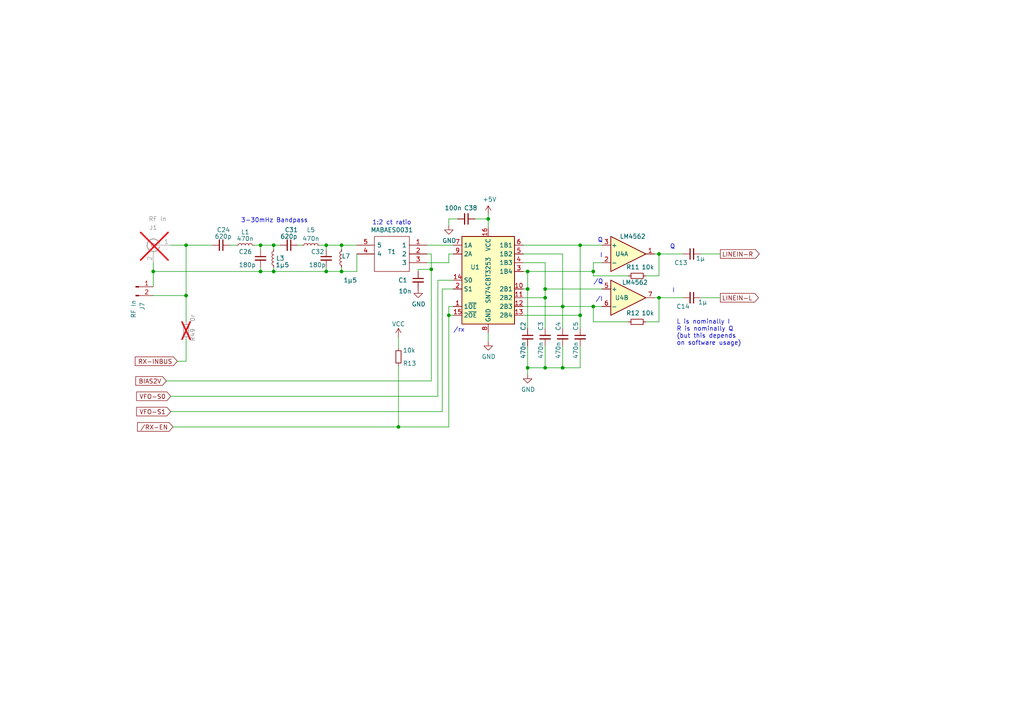
<source format=kicad_sch>
(kicad_sch (version 20230121) (generator eeschema)
  (paper "A4")
  (title_block (title "HF IQ Transceiver PiggyBack for Pi (not a hat)") (date "2024-01-21") (rev "2.0-1") (company "AE0GL: Mario P. Vano") (comment 1 "Sheet 1: Power Supplies, Headset and GPIO"))
  (lib_symbols
    (symbol "Amplifier_Operational:LM4562" (pin_names (offset 0.127))
      (property "Reference" "U" (at 0 5.08 0))
      (property "Value" "LM4562" (at 0 -5.08 0))
      (symbol "LM4562_1_1"
        (polyline (pts (xy -5.08 5.08) (xy 5.08 0) (xy -5.08 -5.08) (xy -5.08 5.08)) (stroke (width 0.254)) (fill (type background)))
        (pin output line (at 7.62 0 180) (length 2.54) (name "~") (number "1"))
        (pin input line (at -7.62 -2.54 0) (length 2.54) (name "-") (number "2"))
        (pin input line (at -7.62 2.54 0) (length 2.54) (name "+") (number "3"))
      )
      (symbol "LM4562_2_1"
        (polyline (pts (xy -5.08 5.08) (xy 5.08 0) (xy -5.08 -5.08) (xy -5.08 5.08)) (stroke (width 0.254)) (fill (type background)))
        (pin input line (at -7.62 2.54 0) (length 2.54) (name "+") (number "5"))
        (pin input line (at -7.62 -2.54 0) (length 2.54) (name "-") (number "6"))
        (pin output line (at 7.62 0 180) (length 2.54) (name "~") (number "7"))
      )
      (symbol "LM4562_3_1"
        (pin power_in line (at -2.54 -7.62 90) (length 3.81) (name "V-") (number "4"))
        (pin power_in line (at -2.54 7.62 270) (length 3.81) (name "V+") (number "8"))
      )
    )
    (symbol "Analog_Switch:SN74CBT3253"
      (property "Reference" "U" (at -7.62 13.97 0))
      (property "Value" "SN74CBT3253" (at -11.43 -13.97 0))
      (symbol "SN74CBT3253_0_1"
        (rectangle (start -7.62 12.7) (end 7.62 -12.7) (stroke (width 0.254)) (fill (type background)))
        (rectangle (start 7.62 -12.7) (end 7.62 -12.7))
      )
      (symbol "SN74CBT3253_1_1"
        (pin input line (at -10.16 -7.62 0) (length 2.54) (name "1~{OE}") (number "1"))
        (pin bidirectional line (at 10.16 -2.54 180) (length 2.54) (name "2B1") (number "10"))
        (pin bidirectional line (at 10.16 -5.08 180) (length 2.54) (name "2B2") (number "11"))
        (pin bidirectional line (at 10.16 -7.62 180) (length 2.54) (name "2B3") (number "12"))
        (pin bidirectional line (at 10.16 -10.16 180) (length 2.54) (name "2B4") (number "13"))
        (pin input line (at -10.16 0 0) (length 2.54) (name "S0") (number "14"))
        (pin input line (at -10.16 -10.16 0) (length 2.54) (name "2~{OE}") (number "15"))
        (pin power_in line (at 0 15.24 270) (length 2.54) (name "VCC") (number "16"))
        (pin input line (at -10.16 -2.54 0) (length 2.54) (name "S1") (number "2"))
        (pin bidirectional line (at 10.16 2.54 180) (length 2.54) (name "1B4") (number "3"))
        (pin bidirectional line (at 10.16 5.08 180) (length 2.54) (name "1B3") (number "4"))
        (pin bidirectional line (at 10.16 7.62 180) (length 2.54) (name "1B2") (number "5"))
        (pin bidirectional line (at 10.16 10.16 180) (length 2.54) (name "1B1") (number "6"))
        (pin bidirectional line (at -10.16 10.16 0) (length 2.54) (name "1A") (number "7"))
        (pin power_in line (at 0 -15.24 90) (length 2.54) (name "GND") (number "8"))
        (pin bidirectional line (at -10.16 7.62 0) (length 2.54) (name "2A") (number "9"))
      )
    )
    (symbol "Connector:Conn_01x02_Pin" (pin_names (offset 1.016) hide)
      (property "Reference" "J" (at 0 2.54 0))
      (property "Value" "Conn_01x02_Pin" (at 0 -5.08 0))
      (symbol "Conn_01x02_Pin_1_1"
        (polyline (pts (xy 1.27 -2.54) (xy 0.8636 -2.54)) (stroke (width 0.1524)))
        (polyline (pts (xy 1.27 0) (xy 0.8636 0)) (stroke (width 0.1524)))
        (rectangle (start 0.8636 -2.413) (end 0 -2.667) (stroke (width 0.1524)) (fill (type outline)))
        (rectangle (start 0.8636 0.127) (end 0 -0.127) (stroke (width 0.1524)) (fill (type outline)))
        (pin passive line (at 5.08 0 180) (length 3.81) (name "Pin_1") (number "1"))
        (pin passive line (at 5.08 -2.54 180) (length 3.81) (name "Pin_2") (number "2"))
      )
    )
    (symbol "Connector:Conn_Coaxial" (pin_names (offset 1.016) hide)
      (property "Reference" "J" (at 0.254 3.048 0))
      (property "Value" "Conn_Coaxial" (at 2.921 0 90))
      (symbol "Conn_Coaxial_0_1"
        (arc (start -1.778 -0.508) (mid 0.2311 -1.8066) (end 1.778 0) (stroke (width 0.254)))
        (polyline (pts (xy -2.54 0) (xy -0.508 0)))
        (polyline (pts (xy 0 -2.54) (xy 0 -1.778)))
        (circle (center 0 0) (radius 0.508) (stroke (width 0.2032)))
        (arc (start 1.778 0) (mid 0.2099 1.8101) (end -1.778 0.508) (stroke (width 0.254)))
      )
      (symbol "Conn_Coaxial_1_1"
        (pin passive line (at -5.08 0 0) (length 2.54) (name "In") (number "1"))
        (pin passive line (at 0 -5.08 90) (length 2.54) (name "Ext") (number "2"))
      )
    )
    (symbol "Device:C_Small" (pin_numbers hide) (pin_names (offset 0.254) hide)
      (property "Reference" "C" (at 0.254 1.778 0))
      (property "Value" "C_Small" (at 0.254 -2.032 0))
      (symbol "C_Small_0_1"
        (polyline (pts (xy -1.524 -0.508) (xy 1.524 -0.508)) (stroke (width 0.3302)))
        (polyline (pts (xy -1.524 0.508) (xy 1.524 0.508)) (stroke (width 0.3048)))
      )
      (symbol "C_Small_1_1"
        (pin passive line (at 0 2.54 270) (length 2.032) (name "~") (number "1"))
        (pin passive line (at 0 -2.54 90) (length 2.032) (name "~") (number "2"))
      )
    )
    (symbol "Device:L_Small" (pin_numbers hide) (pin_names (offset 0.254) hide)
      (property "Reference" "L" (at 0.762 1.016 0))
      (property "Value" "L_Small" (at 0.762 -1.016 0))
      (symbol "L_Small_0_1"
        (arc (start 0 -2.032) (mid 0.5058 -1.524) (end 0 -1.016))
        (arc (start 0 -1.016) (mid 0.5058 -0.508) (end 0 0))
        (arc (start 0 0) (mid 0.5058 0.508) (end 0 1.016))
        (arc (start 0 1.016) (mid 0.5058 1.524) (end 0 2.032))
      )
      (symbol "L_Small_1_1"
        (pin passive line (at 0 2.54 270) (length 0.508) (name "~") (number "1"))
        (pin passive line (at 0 -2.54 90) (length 0.508) (name "~") (number "2"))
      )
    )
    (symbol "Device:R_Small" (pin_numbers hide) (pin_names (offset 0.254) hide)
      (property "Reference" "R" (at 0.762 0.508 0))
      (property "Value" "R_Small" (at 0.762 -1.016 0))
      (symbol "R_Small_0_1"
        (rectangle (start -0.762 1.778) (end 0.762 -1.778) (stroke (width 0.2032)))
      )
      (symbol "R_Small_1_1"
        (pin passive line (at 0 2.54 270) (length 0.762) (name "~") (number "1"))
        (pin passive line (at 0 -2.54 90) (length 0.762) (name "~") (number "2"))
      )
    )
    (symbol "MABAES0060:MABAES0031" (pin_names (offset 0.762))
      (property "Reference" "T" (at 16.51 7.62 0))
      (property "Value" "MABAES0031" (at 16.51 5.08 0))
      (symbol "MABAES0031_0_0"
        (pin passive line (at 20.32 0 180) (length 5.08) (name "1") (number "1"))
        (pin passive line (at 20.32 -2.54 180) (length 5.08) (name "2") (number "2"))
        (pin passive line (at 20.32 -5.08 180) (length 5.08) (name "3") (number "3"))
        (pin passive line (at 0 -2.54 0) (length 5.08) (name "4") (number "4"))
        (pin passive line (at 0 0 0) (length 5.08) (name "5") (number "5"))
      )
      (symbol "MABAES0031_0_1"
        (polyline (pts (xy 5.08 2.54) (xy 15.24 2.54) (xy 15.24 -7.62) (xy 5.08 -7.62) (xy 5.08 2.54)) (stroke (width 0.1524)))
      )
    )
    (symbol "power:+5V" (power) (pin_names (offset 0))
      (property "Value" "+5V" (at 0 3.556 0))
      (symbol "+5V_0_1"
        (polyline (pts (xy -0.762 1.27) (xy 0 2.54)))
        (polyline (pts (xy 0 0) (xy 0 2.54)))
        (polyline (pts (xy 0 2.54) (xy 0.762 1.27)))
      )
      (symbol "+5V_1_1"
        (pin power_in line (at 0 0 90) (length 0) hide (name "+5V") (number "1"))
      )
    )
    (symbol "power:GND" (power) (pin_names (offset 0))
      (property "Value" "GND" (at 0 -3.81 0))
      (symbol "GND_0_1"
        (polyline (pts (xy 0 0) (xy 0 -1.27) (xy 1.27 -1.27) (xy 0 -2.54) (xy -1.27 -1.27) (xy 0 -1.27)))
      )
      (symbol "GND_1_1"
        (pin power_in line (at 0 0 270) (length 0) hide (name "GND") (number "1"))
      )
    )
    (symbol "power:VCC" (power) (pin_names (offset 0))
      (property "Value" "VCC" (at 0 3.81 0))
      (symbol "VCC_0_1"
        (polyline (pts (xy -0.762 1.27) (xy 0 2.54)))
        (polyline (pts (xy 0 0) (xy 0 2.54)))
        (polyline (pts (xy 0 2.54) (xy 0.762 1.27)))
      )
      (symbol "VCC_1_1"
        (pin power_in line (at 0 0 90) (length 0) hide (name "VCC") (number "1"))
      )
    )
  )
  (junction (at 79.375 71.12))
  (junction (at 125.095 78.105))
  (junction (at 153.035 78.74))
  (junction (at 94.615 71.12))
  (junction (at 79.375 78.74))
  (junction (at 75.565 71.12))
  (junction (at 158.115 83.82))
  (junction (at 191.135 86.36))
  (junction (at 153.035 83.82))
  (junction (at 168.275 71.12))
  (junction (at 130.175 91.44))
  (junction (at 158.115 86.36))
  (junction (at 99.06 78.74))
  (junction (at 94.615 78.74))
  (junction (at 53.975 71.12))
  (junction (at 75.565 78.74))
  (junction (at 158.115 106.68))
  (junction (at 172.085 78.74))
  (junction (at 172.085 88.9))
  (junction (at 163.195 88.9))
  (junction (at 191.135 73.66))
  (junction (at 99.06 71.12))
  (junction (at 53.975 85.725))
  (junction (at 44.45 78.74))
  (junction (at 141.605 63.5))
  (junction (at 168.275 91.44))
  (junction (at 153.035 106.68))
  (junction (at 163.195 106.68))
  (junction (at 115.57 123.825))
  (wire (pts (xy 123.825 71.12) (xy 131.445 71.12)))
  (wire (pts (xy 158.115 83.82) (xy 174.625 83.82)))
  (wire (pts (xy 168.275 106.68) (xy 168.275 100.33)))
  (wire (pts (xy 49.53 114.935) (xy 127 114.935)))
  (wire (pts (xy 141.605 63.5) (xy 141.605 62.23)))
  (wire (pts (xy 208.915 86.36) (xy 203.2 86.36)))
  (wire (pts (xy 151.765 91.44) (xy 168.275 91.44)))
  (wire (pts (xy 153.035 106.68) (xy 153.035 108.585)))
  (wire (pts (xy 163.195 106.68) (xy 163.195 100.33)))
  (wire (pts (xy 79.375 78.74) (xy 79.375 77.47)))
  (wire (pts (xy 153.035 78.74) (xy 153.035 83.82)))
  (wire (pts (xy 50.165 123.825) (xy 115.57 123.825)))
  (wire (pts (xy 191.135 80.01) (xy 187.325 80.01)))
  (wire (pts (xy 153.035 100.33) (xy 153.035 106.68)))
  (wire (pts (xy 53.975 85.725) (xy 53.975 93.345)))
  (wire (pts (xy 86.36 71.12) (xy 87.63 71.12)))
  (wire (pts (xy 158.115 95.25) (xy 158.115 86.36)))
  (wire (pts (xy 141.605 96.52) (xy 141.605 99.06)))
  (wire (pts (xy 131.445 88.9) (xy 130.175 88.9)))
  (wire (pts (xy 49.53 119.38) (xy 128.27 119.38)))
  (wire (pts (xy 158.115 106.68) (xy 158.115 100.33)))
  (wire (pts (xy 123.825 76.2) (xy 130.175 76.2)))
  (wire (pts (xy 131.445 83.82) (xy 128.27 83.82)))
  (wire (pts (xy 94.615 78.74) (xy 99.06 78.74)))
  (wire (pts (xy 182.245 93.345) (xy 172.085 93.345)))
  (wire (pts (xy 125.095 73.66) (xy 125.095 78.105)))
  (wire (pts (xy 44.45 78.74) (xy 75.565 78.74)))
  (wire (pts (xy 189.865 86.36) (xy 191.135 86.36)))
  (wire (pts (xy 73.66 71.12) (xy 75.565 71.12)))
  (wire (pts (xy 151.765 76.2) (xy 158.115 76.2)))
  (wire (pts (xy 130.175 123.825) (xy 130.175 91.44)))
  (wire (pts (xy 158.115 76.2) (xy 158.115 83.82)))
  (wire (pts (xy 130.175 63.5) (xy 130.175 65.405)))
  (wire (pts (xy 141.605 66.04) (xy 141.605 63.5)))
  (wire (pts (xy 172.085 78.74) (xy 172.085 80.01)))
  (wire (pts (xy 66.675 71.12) (xy 68.58 71.12)))
  (wire (pts (xy 132.715 63.5) (xy 130.175 63.5)))
  (wire (pts (xy 44.45 83.185) (xy 44.45 78.74)))
  (wire (pts (xy 44.45 76.2) (xy 44.45 78.74)))
  (wire (pts (xy 53.975 98.425) (xy 53.975 104.775)))
  (wire (pts (xy 153.035 78.74) (xy 172.085 78.74)))
  (wire (pts (xy 75.565 71.12) (xy 79.375 71.12)))
  (wire (pts (xy 99.06 71.12) (xy 103.505 71.12)))
  (wire (pts (xy 48.26 110.49) (xy 125.095 110.49)))
  (wire (pts (xy 99.06 72.39) (xy 99.06 71.12)))
  (wire (pts (xy 125.095 73.66) (xy 123.825 73.66)))
  (wire (pts (xy 99.06 78.74) (xy 99.06 77.47)))
  (wire (pts (xy 94.615 71.12) (xy 94.615 72.39)))
  (wire (pts (xy 127 114.935) (xy 127 81.28)))
  (wire (pts (xy 127 81.28) (xy 131.445 81.28)))
  (wire (pts (xy 137.795 63.5) (xy 141.605 63.5)))
  (wire (pts (xy 153.035 95.25) (xy 153.035 83.82)))
  (wire (pts (xy 103.505 78.74) (xy 103.505 73.66)))
  (wire (pts (xy 121.285 78.105) (xy 125.095 78.105)))
  (wire (pts (xy 99.06 78.74) (xy 103.505 78.74)))
  (wire (pts (xy 158.115 86.36) (xy 151.765 86.36)))
  (wire (pts (xy 121.285 78.74) (xy 121.285 78.105)))
  (wire (pts (xy 172.085 88.9) (xy 163.195 88.9)))
  (wire (pts (xy 172.085 88.9) (xy 172.085 93.345)))
  (wire (pts (xy 130.175 91.44) (xy 131.445 91.44)))
  (wire (pts (xy 49.53 71.12) (xy 53.975 71.12)))
  (wire (pts (xy 94.615 78.74) (xy 94.615 77.47)))
  (wire (pts (xy 158.115 83.82) (xy 158.115 86.36)))
  (wire (pts (xy 153.035 83.82) (xy 151.765 83.82)))
  (wire (pts (xy 163.195 88.9) (xy 151.765 88.9)))
  (wire (pts (xy 79.375 72.39) (xy 79.375 71.12)))
  (wire (pts (xy 158.115 106.68) (xy 163.195 106.68)))
  (wire (pts (xy 198.12 86.36) (xy 191.135 86.36)))
  (wire (pts (xy 182.245 80.01) (xy 172.085 80.01)))
  (wire (pts (xy 53.975 104.775) (xy 51.435 104.775)))
  (wire (pts (xy 172.085 76.2) (xy 174.625 76.2)))
  (wire (pts (xy 75.565 71.12) (xy 75.565 72.39)))
  (wire (pts (xy 168.275 95.25) (xy 168.275 91.44)))
  (wire (pts (xy 79.375 78.74) (xy 94.615 78.74)))
  (wire (pts (xy 92.71 71.12) (xy 94.615 71.12)))
  (wire (pts (xy 115.57 106.045) (xy 115.57 123.825)))
  (wire (pts (xy 130.175 88.9) (xy 130.175 91.44)))
  (wire (pts (xy 44.45 85.725) (xy 53.975 85.725)))
  (wire (pts (xy 130.175 73.66) (xy 131.445 73.66)))
  (wire (pts (xy 198.12 73.66) (xy 191.135 73.66)))
  (wire (pts (xy 115.57 123.825) (xy 130.175 123.825)))
  (wire (pts (xy 172.085 76.2) (xy 172.085 78.74)))
  (wire (pts (xy 191.135 73.66) (xy 189.865 73.66)))
  (wire (pts (xy 187.325 93.345) (xy 191.135 93.345)))
  (wire (pts (xy 203.2 73.66) (xy 208.915 73.66)))
  (wire (pts (xy 168.275 71.12) (xy 151.765 71.12)))
  (wire (pts (xy 53.975 71.12) (xy 53.975 85.725)))
  (wire (pts (xy 115.57 97.79) (xy 115.57 100.965)))
  (wire (pts (xy 168.275 71.12) (xy 168.275 91.44)))
  (wire (pts (xy 151.765 78.74) (xy 153.035 78.74)))
  (wire (pts (xy 163.195 73.66) (xy 163.195 88.9)))
  (wire (pts (xy 191.135 73.66) (xy 191.135 80.01)))
  (wire (pts (xy 163.195 95.25) (xy 163.195 88.9)))
  (wire (pts (xy 79.375 71.12) (xy 81.28 71.12)))
  (wire (pts (xy 172.085 88.9) (xy 174.625 88.9)))
  (wire (pts (xy 163.195 106.68) (xy 168.275 106.68)))
  (wire (pts (xy 191.135 93.345) (xy 191.135 86.36)))
  (wire (pts (xy 174.625 71.12) (xy 168.275 71.12)))
  (wire (pts (xy 53.975 71.12) (xy 61.595 71.12)))
  (wire (pts (xy 125.095 110.49) (xy 125.095 78.105)))
  (wire (pts (xy 99.06 71.12) (xy 94.615 71.12)))
  (wire (pts (xy 151.765 73.66) (xy 163.195 73.66)))
  (wire (pts (xy 153.035 106.68) (xy 158.115 106.68)))
  (wire (pts (xy 130.175 76.2) (xy 130.175 73.66)))
  (wire (pts (xy 75.565 78.74) (xy 79.375 78.74)))
  (wire (pts (xy 128.27 119.38) (xy 128.27 83.82)))
  (wire (pts (xy 75.565 78.74) (xy 75.565 77.47)))
  (text "Q" (at 194.31 72.39 0) (effects (font (size 1.27 1.27)) (justify left bottom)))
  (text "3-30mHz Bandpass" (at 69.85 64.77 0) (effects (font (size 1.27 1.27)) (justify left bottom)))
  (text "I" (at 173.99 74.93 0) (effects (font (size 1.27 1.27)) (justify left bottom)))
  (text "/rx" (at 131.445 96.52 0) (effects (font (size 1.27 1.27)) (justify left bottom)))
  (text "1:2 ct ratio" (at 107.95 65.405 0) (effects (font (size 1.27 1.27)) (justify left bottom)))
  (text "Q" (at 173.355 70.485 0) (effects (font (size 1.27 1.27)) (justify left bottom)))
  (text "L is nominally I\nR is nominally Q\n(but this depends\non software usage)" (at 196.215 100.33 0) (effects (font (size 1.27 1.27)) (justify left bottom)))
  (text "I" (at 194.945 85.09 0) (effects (font (size 1.27 1.27)) (justify left bottom)))
  (text "/I" (at 172.72 87.63 0) (effects (font (size 1.27 1.27)) (justify left bottom)))
  (text "/Q" (at 172.085 82.55 0) (effects (font (size 1.27 1.27)) (justify left bottom)))
  (global_label "VFO-S0" (shape input) (at 49.53 114.935 180) (property "Intersheetrefs" "${INTERSHEET_REFS}" (effects hide)))
  (global_label "BIAS2V" (shape input) (at 48.26 110.49 180) (property "Intersheetrefs" "${INTERSHEET_REFS}" (effects hide)))
  (global_label "{slash}RX-EN" (shape input) (at 50.165 123.825 180) (property "Intersheetrefs" "${INTERSHEET_REFS}" (effects hide)))
  (global_label "LINEIN-L" (shape output) (at 208.915 86.36 0) (property "Intersheetrefs" "${INTERSHEET_REFS}" (effects hide)))
  (global_label "VFO-S1" (shape input) (at 49.53 119.38 180) (property "Intersheetrefs" "${INTERSHEET_REFS}" (effects hide)))
  (global_label "RX-INBUS" (shape input) (at 51.435 104.775 180) (property "Intersheetrefs" "${INTERSHEET_REFS}" (effects hide)))
  (global_label "LINEIN-R" (shape output) (at 208.915 73.66 0) (property "Intersheetrefs" "${INTERSHEET_REFS}" (effects hide)))
  (symbol (lib_id "power:GND") (at 141.605 99.06 0) (unit 1)
    (property "Reference" "#PWR073" (effects hide))
    (property "Value" "GND" (at 141.732 103.4542 0))
  )
  (symbol (lib_id "Device:C_Small") (at 83.82 71.12 270) (unit 1)
    (property "Reference" "C31" (at 82.55 66.675 90) (effects (justify left)))
    (property "Value" "620p" (at 81.28 68.58 90) (effects (justify left)))
    (property "Footprint" "Capacitor_SMD:C_0603_1608Metric" (effects hide))
    (property "DigiKey Part Number" "399-C0603C621J5GAC7867CT-ND" (effects hide))
    (property "Description" "CAP CER 620PF 50V C0G/NP0 0603" (effects hide))
    (property "Manufacturer_Part_Number" "399-C0603C621J5GAC7867DKR-ND" (effects hide))
    (property "Manufacturer_Name" "KEMET" (effects hide))
  )
  (symbol (lib_id "Device:C_Small") (at 158.115 97.79 0) (mirror y) (unit 1)
    (property "Reference" "C3" (at 156.845 94.615 90))
    (property "Value" "470n" (at 156.845 101.6 90))
    (property "Footprint" "Capacitor_SMD:C_0603_1608Metric" (effects hide))
    (property "DigiKey Part Number" "13-CC0603JRX7R8BB474CT-ND" (effects hide))
    (property "Manufacturer_Part_Number" "CC0603JRX7R8BB474" (effects hide))
    (property "Description" "CAP CER 0.47UF 25V X7R 0603" (effects hide))
    (property "Manufacturer_Name" "YAGEO" (effects hide))
  )
  (symbol (lib_id "Device:R_Small") (at 184.785 93.345 270) (unit 1)
    (property "Reference" "R12" (at 181.61 90.805 90) (effects (justify left)))
    (property "Value" "10k" (at 186.055 90.805 90) (effects (justify left)))
    (property "Footprint" "Resistor_SMD:R_0603_1608Metric" (effects hide))
    (property "DigiKey Part Number" "RMCF0603FT10K0CT-ND" (effects hide))
    (property "Description" "RES 10K OHM 1% 1/10W 0603" (effects hide))
    (property "Manufacturer_Part_Number" "RMCF0603FT10K0" (effects hide))
    (property "Manufacturer_Name" "Stackpole Electronics Inc" (effects hide))
  )
  (symbol (lib_id "Device:R_Small") (at 53.975 95.885 0) (mirror y) (unit 1) (in_bom no) (dnp yes)
    (property "Reference" "R49" (at 55.88 99.06 90) (effects (justify left)))
    (property "Value" "0r" (at 55.88 93.345 90) (effects (justify left)))
    (property "Footprint" "Resistor_SMD:R_0603_1608Metric" (effects hide))
    (property "DigiKey Part Number" "RMCF0603ZT0R00CT-ND" (effects hide))
    (property "Description" "RES 0 OHM JUMPER 1/10W 0603" (effects hide))
    (property "Manufacturer_Name" "Stackpole Electronics Inc" (effects hide))
    (property "Manufacturer_Part_Number" "RMCF0603ZT0R00" (effects hide))
  )
  (symbol (lib_id "Device:R_Small") (at 115.57 103.505 0) (mirror x) (unit 1)
    (property "Reference" "R13" (at 116.84 105.41 0) (effects (justify left)))
    (property "Value" "10k" (at 116.84 101.6 0) (effects (justify left)))
    (property "Footprint" "Resistor_SMD:R_0603_1608Metric" (effects hide))
    (property "DigiKey Part Number" "RMCF0603FT10K0CT-ND" (effects hide))
    (property "Description" "RES 10K OHM 1% 1/10W 0603" (effects hide))
    (property "Manufacturer_Part_Number" "RMCF0603FT10K0" (effects hide))
    (property "Manufacturer_Name" "Stackpole Electronics Inc" (effects hide))
  )
  (symbol (lib_id "Device:C_Small") (at 135.255 63.5 270) (mirror x) (unit 1)
    (property "Reference" "C38" (at 136.525 60.325 90))
    (property "Value" "100n" (at 131.445 60.325 90))
    (property "Footprint" "Capacitor_SMD:C_0603_1608Metric" (effects hide))
    (property "DigiKey Part Number" "1276-1033-1-ND" (effects hide))
    (property "Manufacturer_Part_Number" "CL10B104JB8NNNC" (effects hide))
    (property "Description" "0.1 µF ±5% 50V Ceramic Capacitor X7R 0603 (1608 Metric)" (effects hide))
    (property "Manufacturer_Name" "Samsung Electro-Mechanics" (effects hide))
  )
  (symbol (lib_id "Device:C_Small") (at 153.035 97.79 0) (mirror y) (unit 1)
    (property "Reference" "C2" (at 151.765 94.615 90))
    (property "Value" "470n" (at 151.765 101.6 90))
    (property "Footprint" "Capacitor_SMD:C_0603_1608Metric" (effects hide))
    (property "DigiKey Part Number" "13-CC0603JRX7R8BB474CT-ND" (effects hide))
    (property "Manufacturer_Part_Number" "CC0603JRX7R8BB474" (effects hide))
    (property "Description" "CAP CER 0.47UF 25V X7R 0603" (effects hide))
    (property "Manufacturer_Name" "YAGEO" (effects hide))
  )
  (symbol (lib_id "power:VCC") (at 115.57 97.79 0) (unit 1)
    (property "Reference" "#PWR016" (effects hide))
    (property "Value" "VCC" (at 115.57 93.98 0))
  )
  (symbol (lib_id "Device:L_Small") (at 90.17 71.12 270) (mirror x) (unit 1)
    (property "Reference" "L5" (at 90.17 66.675 90))
    (property "Value" "470n" (at 90.17 69.215 90))
    (property "Footprint" "Inductor_SMD:L_0603_1608Metric" (effects hide))
    (property "DigiKey Part Number" "445-16967-1-ND" (effects hide))
    (property "Description" "FIXED IND 470NH 100MA 950MOHM SM" (effects hide))
    (property "Manufacturer_Part_Number" "MLF1608DR47JTD25" (effects hide))
    (property "Manufacturer_Name" "TDK Corporation" (effects hide))
  )
  (symbol (lib_id "Connector:Conn_01x02_Pin") (at 39.37 83.185 0) (unit 1) (in_bom no)
    (property "Reference" "J7" (at 41.275 87.63 90) (effects (justify right)))
    (property "Value" "RF In" (at 38.735 86.995 90) (effects (justify right)))
    (property "Footprint" "Connector_PinHeader_2.54mm:PinHeader_2x01_P2.54mm_Vertical" (effects hide))
  )
  (symbol (lib_id "Device:L_Small") (at 79.375 74.93 0) (mirror y) (unit 1)
    (property "Reference" "L3" (at 81.28 74.93 0))
    (property "Value" "1µ5" (at 81.915 76.835 0))
    (property "Footprint" "Inductor_SMD:L_0603_1608Metric" (effects hide))
    (property "DigiKey Part Number" "445-175367-1-ND" (effects hide))
    (property "Description" "FIXED IND 1.5UH 50MA 700MOHM SMD" (effects hide))
    (property "Manufacturer_Part_Number" "MLF1608A1R5JT000" (effects hide))
    (property "Manufacturer_Name" "TDK Corporation" (effects hide))
  )
  (symbol (lib_id "power:GND") (at 130.175 65.405 0) (unit 1)
    (property "Reference" "#PWR071" (effects hide))
    (property "Value" "GND" (at 130.302 69.7992 0))
  )
  (symbol (lib_id "Device:L_Small") (at 99.06 74.93 0) (mirror y) (unit 1)
    (property "Reference" "L7" (at 100.33 74.295 0))
    (property "Value" "1µ5" (at 101.6 81.28 0))
    (property "Footprint" "Inductor_SMD:L_0603_1608Metric" (effects hide))
    (property "DigiKey Part Number" "445-175367-1-ND" (effects hide))
    (property "Description" "FIXED IND 1.5UH 50MA 700MOHM SMD" (effects hide))
    (property "Manufacturer_Part_Number" "MLF1608A1R5JT000" (effects hide))
    (property "Manufacturer_Name" "TDK Corporation" (effects hide))
  )
  (symbol (lib_id "Amplifier_Operational:LM4562") (at 182.245 73.66 0) (unit 1)
    (property "Reference" "U4" (at 180.34 73.66 0))
    (property "Value" "LM4562" (at 183.515 68.58 0))
    (property "Footprint" "Package_SO:SOIC-8_3.9x4.9mm_P1.27mm" (effects hide))
    (property "Datasheet" "http://www.ti.com/lit/ds/symlink/lm4562.pdf" (effects hide))
    (property "DigiKey Part Number" "296-44416-5-ND" (effects hide))
    (property "Description" "IC AUDIO 2 CIRCUIT 8SOIC" (effects hide))
    (property "Manufacturer_Name" "Texas Instruments" (effects hide))
    (property "Manufacturer_Part_Number" "LM4562MA/NOPB" (effects hide))
  )
  (symbol (lib_id "Device:C_Small") (at 75.565 74.93 0) (unit 1)
    (property "Reference" "C26" (at 69.215 73.025 0) (effects (justify left)))
    (property "Value" "180p" (at 69.215 76.835 0) (effects (justify left)))
    (property "Footprint" "Capacitor_SMD:C_0603_1608Metric" (effects hide))
    (property "DigiKey Part Number" "399-C0603C181J5GAC7867CT-ND" (effects hide))
    (property "Description" "CAP CER 180PF 50V C0G/NP0 0603" (effects hide))
    (property "Manufacturer_Name" "KEMET" (effects hide))
    (property "Manufacturer_Part_Number" "C0603C181J5GAC7867" (effects hide))
  )
  (symbol (lib_id "Device:L_Small") (at 71.12 71.12 270) (mirror x) (unit 1)
    (property "Reference" "L1" (at 71.12 67.31 90))
    (property "Value" "470n" (at 71.12 69.215 90))
    (property "Footprint" "Inductor_SMD:L_0603_1608Metric" (effects hide))
    (property "DigiKey Part Number" "445-16967-1-ND" (effects hide))
    (property "Description" "FIXED IND 470NH 100MA 950MOHM SM" (effects hide))
    (property "Manufacturer_Part_Number" "MLF1608DR47JTD25" (effects hide))
    (property "Manufacturer_Name" "TDK Corporation" (effects hide))
  )
  (symbol (lib_id "power:GND") (at 153.035 108.585 0) (unit 1)
    (property "Reference" "#PWR074" (effects hide))
    (property "Value" "GND" (at 153.162 112.9792 0))
  )
  (symbol (lib_id "Device:C_Small") (at 121.285 81.28 0) (mirror y) (unit 1)
    (property "Reference" "C1" (at 116.84 81.28 0))
    (property "Value" "10n" (at 117.475 84.455 0))
    (property "Footprint" "Capacitor_SMD:C_0603_1608Metric" (effects hide))
    (property "DigiKey Part Number" "720-1375-1-ND " (effects hide))
    (property "Manufacturer_Name" "Vishay Vitramon" (effects hide))
    (property "Manufacturer_Part_Number" "VJ0603Y103JXAAC" (effects hide))
    (property "Description" "10000 pF ±5% 50V Ceramic Capacitor X7R 0603 (1608 Metric)" (effects hide))
  )
  (symbol (lib_id "Device:C_Small") (at 64.135 71.12 270) (unit 1)
    (property "Reference" "C24" (at 62.865 66.675 90) (effects (justify left)))
    (property "Value" "620p" (at 62.23 68.58 90) (effects (justify left)))
    (property "Footprint" "Capacitor_SMD:C_0603_1608Metric" (effects hide))
    (property "DigiKey Part Number" "399-C0603C621J5GAC7867CT-ND" (effects hide))
    (property "Description" "CAP CER 620PF 50V C0G/NP0 0603" (effects hide))
    (property "Manufacturer_Part_Number" "399-C0603C621J5GAC7867DKR-ND" (effects hide))
    (property "Manufacturer_Name" "KEMET" (effects hide))
  )
  (symbol (lib_id "Device:R_Small") (at 184.785 80.01 270) (mirror x) (unit 1)
    (property "Reference" "R11" (at 181.61 77.47 90) (effects (justify left)))
    (property "Value" "10k" (at 186.055 77.47 90) (effects (justify left)))
    (property "Footprint" "Resistor_SMD:R_0603_1608Metric" (effects hide))
    (property "DigiKey Part Number" "RMCF0603FT10K0CT-ND" (effects hide))
    (property "Description" "RES 10K OHM 1% 1/10W 0603" (effects hide))
    (property "Manufacturer_Part_Number" "RMCF0603FT10K0" (effects hide))
    (property "Manufacturer_Name" "Stackpole Electronics Inc" (effects hide))
  )
  (symbol (lib_id "Device:C_Small") (at 200.66 73.66 90) (unit 1)
    (property "Reference" "C13" (at 197.485 76.2 90))
    (property "Value" "1µ" (at 203.2 74.93 90))
    (property "Footprint" "Capacitor_SMD:C_0603_1608Metric" (effects hide))
    (property "DigiKey Part Number" "1276-1036-1-ND" (effects hide))
    (property "Manufacturer_Part_Number" "CL10A105KQ8NNNC" (effects hide))
    (property "Description" "CAP CER 1UF 6.3V X5R 0603" (effects hide))
    (property "Manufacturer_Name" "Samsung Electro-Mechanics" (effects hide))
  )
  (symbol (lib_id "Device:C_Small") (at 163.195 97.79 0) (mirror y) (unit 1)
    (property "Reference" "C4" (at 161.925 94.615 90))
    (property "Value" "470n" (at 161.925 101.6 90))
    (property "Footprint" "Capacitor_SMD:C_0603_1608Metric" (effects hide))
    (property "DigiKey Part Number" "13-CC0603JRX7R8BB474CT-ND" (effects hide))
    (property "Manufacturer_Part_Number" "CC0603JRX7R8BB474" (effects hide))
    (property "Description" "CAP CER 0.47UF 25V X7R 0603" (effects hide))
    (property "Manufacturer_Name" "YAGEO" (effects hide))
  )
  (symbol (lib_id "Device:C_Small") (at 94.615 74.93 0) (unit 1)
    (property "Reference" "C32" (at 90.17 73.025 0) (effects (justify left)))
    (property "Value" "180p" (at 89.535 76.835 0) (effects (justify left)))
    (property "Footprint" "Capacitor_SMD:C_0603_1608Metric" (effects hide))
    (property "DigiKey Part Number" "399-C0603C181J5GAC7867CT-ND" (effects hide))
    (property "Description" "CAP CER 180PF 50V C0G/NP0 0603" (effects hide))
    (property "Manufacturer_Name" "KEMET" (effects hide))
    (property "Manufacturer_Part_Number" "C0603C181J5GAC7867" (effects hide))
  )
  (symbol (lib_id "power:GND") (at 121.285 83.82 0) (unit 1)
    (property "Reference" "#PWR070" (effects hide))
    (property "Value" "GND" (at 121.412 88.2142 0))
  )
  (symbol (lib_id "MABAES0060:MABAES0031") (at 103.505 71.12 0) (unit 1)
    (property "Reference" "T1" (at 113.665 73.025 0))
    (property "Value" "MABAES0031" (at 113.665 66.7004 0))
    (property "Footprint" "radiohead:Transformer_MACOM_MABAES00031CT" (effects hide))
    (property "Datasheet" "https://cdn.macom.com/datasheets/MABAES0060.pdf" (effects hide))
    (property "Description" "Audio Transformers / Signal Transformers .3-200MHz IL 1.5dB Impedance Ratio 1:4" (effects hide))
    (property "Height" "3.8" (effects hide))
    (property "Manufacturer_Name" "MACOM" (effects hide))
    (property "Manufacturer_Part_Number" "MABAES0031CT" (effects hide))
    (property "Mouser Part Number" "1464-MABAES0031-CT" (effects hide))
    (property "DigiKey Part Number" "1465-MABAES0031CT-ND" (effects hide))
  )
  (symbol (lib_id "Analog_Switch:SN74CBT3253") (at 141.605 81.28 0) (unit 1)
    (property "Reference" "U1" (at 137.795 77.47 0))
    (property "Value" "SN74CBT3253" (at 141.605 81.28 90))
    (property "Footprint" "Package_SO:SOIC-16_3.9x9.9mm_P1.27mm" (effects hide))
    (property "Datasheet" "http://www.ti.com/lit/gpn/sn74cbt3253" (effects hide))
    (property "DigiKey Part Number" "296-33866-5-ND" (effects hide))
    (property "Description" "IC MUX/DEMUX 2 X 4:1 16SOIC" (effects hide))
    (property "Manufacturer_Name" "Texas Instruments" (effects hide))
    (property "Manufacturer_Part_Number" "SN74CBT3253CD" (effects hide))
  )
  (symbol (lib_id "Device:C_Small") (at 168.275 97.79 0) (mirror y) (unit 1)
    (property "Reference" "C5" (at 167.005 94.615 90))
    (property "Value" "470n" (at 167.005 101.6 90))
    (property "Footprint" "Capacitor_SMD:C_0603_1608Metric" (effects hide))
    (property "DigiKey Part Number" "13-CC0603JRX7R8BB474CT-ND" (effects hide))
    (property "Manufacturer_Part_Number" "CC0603JRX7R8BB474" (effects hide))
    (property "Description" "CAP CER 0.47UF 25V X7R 0603" (effects hide))
    (property "Manufacturer_Name" "YAGEO" (effects hide))
  )
  (symbol (lib_id "Connector:Conn_Coaxial") (at 44.45 71.12 0) (mirror y) (unit 1) (in_bom no) (dnp yes)
    (property "Reference" "J1" (at 44.45 66.04 0))
    (property "Value" "RF In" (at 45.72 63.5 0))
    (property "Footprint" "Connector_Coaxial:SMA_Samtec_SMA-J-P-X-ST-EM1_EdgeMount" (effects hide))
    (property "Datasheet" " ~" (effects hide))
  )
  (symbol (lib_id "power:+5V") (at 141.605 62.23 0) (unit 1)
    (property "Reference" "#PWR072" (effects hide))
    (property "Value" "+5V" (at 141.986 57.8358 0))
  )
  (symbol (lib_id "Amplifier_Operational:LM4562") (at 182.245 86.36 0) (unit 2)
    (property "Reference" "U4" (at 180.34 86.36 0))
    (property "Value" "LM4562" (at 184.15 81.915 0))
    (property "Footprint" "Package_SO:SOIC-8_3.9x4.9mm_P1.27mm" (effects hide))
    (property "Datasheet" "http://www.ti.com/lit/ds/symlink/lm4562.pdf" (effects hide))
    (property "DigiKey Part Number" "296-44416-5-ND" (effects hide))
    (property "Description" "IC AUDIO 2 CIRCUIT 8SOIC" (effects hide))
    (property "Manufacturer_Name" "Texas Instruments" (effects hide))
    (property "Manufacturer_Part_Number" "LM4562MA/NOPB" (effects hide))
  )
  (symbol (lib_id "Device:C_Small") (at 200.66 86.36 270) (unit 1)
    (property "Reference" "C14" (at 198.12 88.9 90))
    (property "Value" "1µ" (at 203.835 87.63 90))
    (property "Footprint" "Capacitor_SMD:C_0603_1608Metric" (effects hide))
    (property "DigiKey Part Number" "1276-1036-1-ND" (effects hide))
    (property "Manufacturer_Part_Number" "CL10A105KQ8NNNC" (effects hide))
    (property "Description" "CAP CER 1UF 6.3V X5R 0603" (effects hide))
    (property "Manufacturer_Name" "Samsung Electro-Mechanics" (effects hide))
  )
)
</source>
